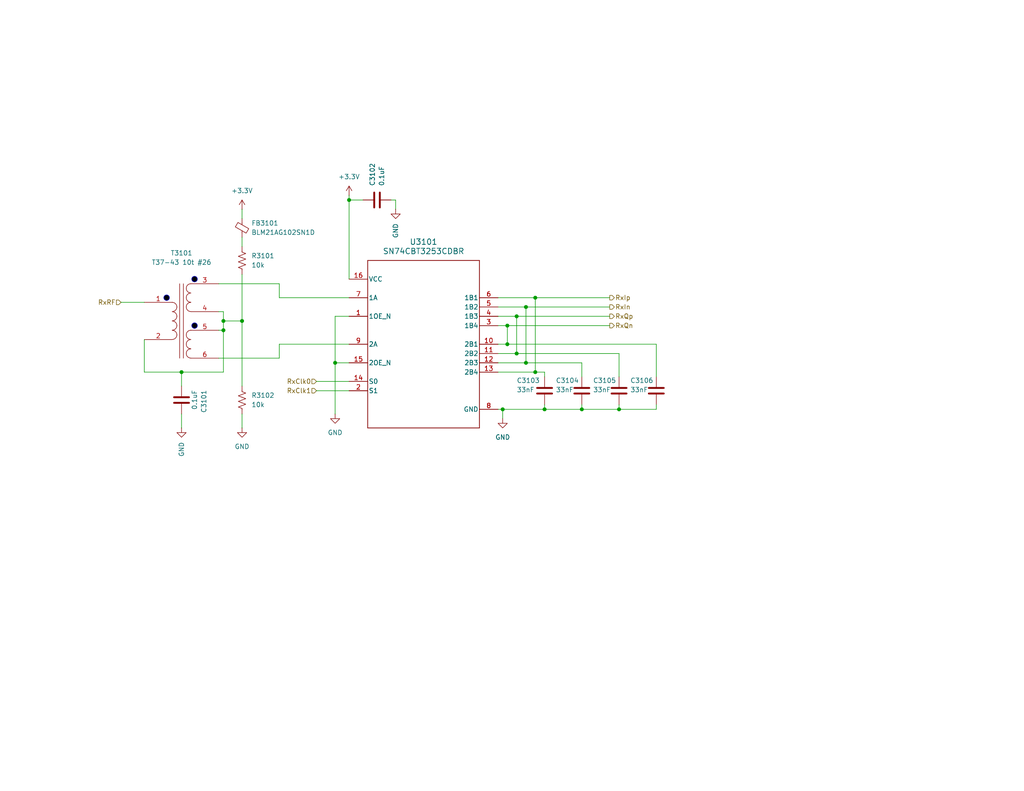
<source format=kicad_sch>
(kicad_sch (version 20250114) (generator "eeschema") (generator_version "9.0")
  (paper "USLetter")
  (title_block (title "Tayloe Quadrature Sampling Detector"))
  (lib_symbols
    (symbol "Device:C" (pin_numbers (hide yes)) (pin_names (offset 0.254))
      (property "Reference" "C" (at 0.635 2.54 0))
      (property "Value" "C" (at 0.635 -2.54 0))
      (symbol "C_0_1"
        (polyline (pts (xy -2.032 0.762) (xy 2.032 0.762)) (stroke (width 0.508)))
        (polyline (pts (xy -2.032 -0.762) (xy 2.032 -0.762)) (stroke (width 0.508)))
      )
      (symbol "C_1_1"
        (pin passive line (at 0 3.81 270) (length 2.794) (name "~") (number "1"))
        (pin passive line (at 0 -3.81 90) (length 2.794) (name "~") (number "2"))
      )
    )
    (symbol "Device:FerriteBead_Small" (pin_numbers (hide yes)) (pin_names (offset 0))
      (property "Reference" "FB" (at 1.905 1.27 0))
      (property "Value" "FerriteBead_Small" (at 1.905 -1.27 0))
      (symbol "FerriteBead_Small_0_1"
        (polyline (pts (xy -1.8288 0.2794) (xy -1.1176 1.4986) (xy 1.8288 -0.2032) (xy 1.1176 -1.4224) (xy -1.8288 0.2794)))
        (polyline (pts (xy 0 0.889) (xy 0 1.2954)))
        (polyline (pts (xy 0 -1.27) (xy 0 -0.7874)))
      )
      (symbol "FerriteBead_Small_1_1"
        (pin passive line (at 0 2.54 270) (length 1.27) (name "~") (number "1"))
        (pin passive line (at 0 -2.54 90) (length 1.27) (name "~") (number "2"))
      )
    )
    (symbol "Device:R_US" (pin_numbers (hide yes)) (pin_names (offset 0))
      (property "Reference" "R" (at 2.54 0 90))
      (property "Value" "R_US" (at -2.54 0 90))
      (symbol "R_US_0_1"
        (polyline (pts (xy 0 2.286) (xy 0 2.54)))
        (polyline (pts (xy 0 2.286) (xy 1.016 1.905) (xy 0 1.524) (xy -1.016 1.143) (xy 0 0.762)))
        (polyline (pts (xy 0 0.762) (xy 1.016 0.381) (xy 0 0) (xy -1.016 -0.381) (xy 0 -0.762)))
        (polyline (pts (xy 0 -0.762) (xy 1.016 -1.143) (xy 0 -1.524) (xy -1.016 -1.905) (xy 0 -2.286)))
        (polyline (pts (xy 0 -2.286) (xy 0 -2.54)))
      )
      (symbol "R_US_1_1"
        (pin passive line (at 0 3.81 270) (length 1.27) (name "~") (number "1"))
        (pin passive line (at 0 -3.81 90) (length 1.27) (name "~") (number "2"))
      )
    )
    (symbol "Device:Transformer_1P_2S" (pin_names (offset 1.016) (hide yes))
      (property "Reference" "T" (at 0 12.7 0))
      (property "Value" "Transformer_1P_2S" (at 0 -12.7 0))
      (symbol "Transformer_1P_2S_0_1"
        (arc (start -1.27 3.81) (mid -1.656 2.9336) (end -2.54 2.5654))
        (arc (start -1.27 1.27) (mid -1.656 0.3936) (end -2.54 0.0254))
        (arc (start -1.27 -1.27) (mid -1.656 -2.1464) (end -2.54 -2.5146))
        (arc (start -1.27 -3.81) (mid -1.656 -4.6864) (end -2.54 -5.0546))
        (arc (start -2.54 5.08) (mid -1.642 4.708) (end -1.27 3.81))
        (arc (start -2.54 2.54) (mid -1.642 2.168) (end -1.27 1.27))
        (arc (start -2.54 0) (mid -1.642 -0.372) (end -1.27 -1.27))
        (arc (start -2.54 -2.54) (mid -1.642 -2.912) (end -1.27 -3.81))
        (polyline (pts (xy -0.508 -10.16) (xy -0.508 10.16)))
        (polyline (pts (xy 0.508 10.16) (xy 0.508 -10.16)))
        (arc (start 1.2954 8.89) (mid 1.6457 9.7917) (end 2.54 10.16))
        (arc (start 1.2954 6.35) (mid 1.6457 7.2517) (end 2.54 7.62))
        (arc (start 1.2954 3.81) (mid 1.6457 4.7117) (end 2.54 5.08))
        (arc (start 1.2954 -3.81) (mid 1.6457 -2.9083) (end 2.54 -2.54))
        (arc (start 1.2954 -6.35) (mid 1.6457 -5.4483) (end 2.54 -5.08))
        (arc (start 1.2954 -8.89) (mid 1.6457 -7.9883) (end 2.54 -7.62))
        (arc (start 2.54 7.6454) (mid 1.6599 8.0099) (end 1.2954 8.89))
        (arc (start 2.54 5.1054) (mid 1.6599 5.4699) (end 1.2954 6.35))
        (arc (start 2.54 2.5654) (mid 1.6599 2.9299) (end 1.2954 3.81))
        (arc (start 2.54 -5.0546) (mid 1.6599 -4.6901) (end 1.2954 -3.81))
        (arc (start 2.54 -7.5946) (mid 1.6599 -7.2301) (end 1.2954 -6.35))
        (arc (start 2.54 -10.1346) (mid 1.6599 -9.7701) (end 1.2954 -8.89))
      )
      (symbol "Transformer_1P_2S_1_1"
        (pin passive line (at -10.16 5.08 0) (length 7.62) (name "AA") (number "1"))
        (pin passive line (at -10.16 -5.08 0) (length 7.62) (name "AB") (number "2"))
        (pin passive line (at 10.16 10.16 180) (length 7.62) (name "SA") (number "3"))
        (pin passive line (at 10.16 2.54 180) (length 7.62) (name "SB") (number "4"))
        (pin passive line (at 10.16 -2.54 180) (length 7.62) (name "SC") (number "5"))
        (pin passive line (at 10.16 -10.16 180) (length 7.62) (name "SD") (number "6"))
      )
    )
    (symbol "SN74CBT3253CDBR:SN74CBT3253CDBR" (pin_names (offset 0.254))
      (property "Reference" "U" (at 0 2.54 0))
      (property "Value" "SN74CBT3253CDBR" (at 0 0 0))
      (symbol "SN74CBT3253CDBR_0_1"
        (polyline (pts (xy -15.24 22.86) (xy -15.24 -22.86)) (stroke (width 0.2032)))
        (polyline (pts (xy -15.24 -22.86) (xy 15.24 -22.86)) (stroke (width 0.2032)))
        (polyline (pts (xy 15.24 22.86) (xy -15.24 22.86)) (stroke (width 0.2032)))
        (polyline (pts (xy 15.24 -22.86) (xy 15.24 22.86)) (stroke (width 0.2032)))
        (pin power_in line (at -20.32 17.78 0) (length 5.08) (name "VCC") (number "16"))
        (pin bidirectional line (at -20.32 12.7 0) (length 5.08) (name "1A") (number "7"))
        (pin input line (at -20.32 7.62 0) (length 5.08) (name "1OE_N") (number "1"))
        (pin bidirectional line (at -20.32 0 0) (length 5.08) (name "2A") (number "9"))
        (pin input line (at -20.32 -5.08 0) (length 5.08) (name "2OE_N") (number "15"))
        (pin input line (at -20.32 -10.16 0) (length 5.08) (name "S0") (number "14"))
        (pin input line (at -20.32 -12.7 0) (length 5.08) (name "S1") (number "2"))
        (pin bidirectional line (at 20.32 12.7 180) (length 5.08) (name "1B1") (number "6"))
        (pin bidirectional line (at 20.32 10.16 180) (length 5.08) (name "1B2") (number "5"))
        (pin bidirectional line (at 20.32 7.62 180) (length 5.08) (name "1B3") (number "4"))
        (pin bidirectional line (at 20.32 5.08 180) (length 5.08) (name "1B4") (number "3"))
        (pin bidirectional line (at 20.32 0 180) (length 5.08) (name "2B1") (number "10"))
        (pin bidirectional line (at 20.32 -2.54 180) (length 5.08) (name "2B2") (number "11"))
        (pin bidirectional line (at 20.32 -5.08 180) (length 5.08) (name "2B3") (number "12"))
        (pin bidirectional line (at 20.32 -7.62 180) (length 5.08) (name "2B4") (number "13"))
        (pin power_in line (at 20.32 -17.78 180) (length 5.08) (name "GND") (number "8"))
      )
    )
    (symbol "power:+3.3V" (power) (pin_numbers (hide yes)) (pin_names (offset 0) (hide yes))
      (property "Value" "+3.3V" (at 0 3.556 0))
      (symbol "+3.3V_0_1"
        (polyline (pts (xy -0.762 1.27) (xy 0 2.54)))
        (polyline (pts (xy 0 2.54) (xy 0.762 1.27)))
        (polyline (pts (xy 0 0) (xy 0 2.54)))
      )
      (symbol "+3.3V_1_1"
        (pin power_in line (at 0 0 90) (length 0) (name "~") (number "1"))
      )
    )
    (symbol "power:GND" (power) (pin_numbers (hide yes)) (pin_names (offset 0) (hide yes))
      (property "Value" "GND" (at 0 -3.81 0))
      (symbol "GND_0_1"
        (polyline (pts (xy 0 0) (xy 0 -1.27) (xy 1.27 -1.27) (xy 0 -2.54) (xy -1.27 -1.27) (xy 0 -1.27)))
      )
      (symbol "GND_1_1"
        (pin power_in line (at 0 0 270) (length 0) (name "~") (number "1"))
      )
    )
  )
  (circle (center 53.086 88.9) (radius 0.762) (fill (type color) (color 0 0 0 1)))
  (circle (center 53.086 76.2) (radius 0.762) (fill (type color) (color 0 0 0 1)))
  (circle (center 45.466 81.28) (radius 0.762) (fill (type color) (color 0 0 0 1)))
  (junction (at 49.53 101.6))
  (junction (at 168.91 111.76))
  (junction (at 158.75 111.76))
  (junction (at 95.25 54.61))
  (junction (at 91.44 99.06))
  (junction (at 138.43 93.98))
  (junction (at 66.04 87.63))
  (junction (at 140.97 96.52))
  (junction (at 148.59 111.76))
  (junction (at 138.43 88.9))
  (junction (at 143.51 99.06))
  (junction (at 60.96 87.63))
  (junction (at 146.05 101.6))
  (junction (at 60.96 90.17))
  (junction (at 140.97 86.36))
  (junction (at 143.51 83.82))
  (junction (at 137.16 111.76))
  (junction (at 146.05 81.28))
  (wire (pts (xy 59.69 97.79) (xy 76.2 97.79)))
  (wire (pts (xy 59.69 90.17) (xy 60.96 90.17)))
  (wire (pts (xy 168.91 111.76) (xy 158.75 111.76)))
  (wire (pts (xy 146.05 81.28) (xy 146.05 101.6)))
  (wire (pts (xy 76.2 97.79) (xy 76.2 93.98)))
  (wire (pts (xy 66.04 87.63) (xy 66.04 105.41)))
  (wire (pts (xy 95.25 99.06) (xy 91.44 99.06)))
  (wire (pts (xy 99.06 54.61) (xy 95.25 54.61)))
  (wire (pts (xy 168.91 96.52) (xy 140.97 96.52)))
  (wire (pts (xy 86.36 104.14) (xy 95.25 104.14)))
  (wire (pts (xy 158.75 102.87) (xy 158.75 99.06)))
  (wire (pts (xy 60.96 85.09) (xy 60.96 87.63)))
  (wire (pts (xy 91.44 99.06) (xy 91.44 113.03)))
  (wire (pts (xy 179.07 110.49) (xy 179.07 111.76)))
  (wire (pts (xy 91.44 86.36) (xy 91.44 99.06)))
  (wire (pts (xy 95.25 53.34) (xy 95.25 54.61)))
  (wire (pts (xy 158.75 110.49) (xy 158.75 111.76)))
  (wire (pts (xy 135.89 81.28) (xy 146.05 81.28)))
  (wire (pts (xy 66.04 64.77) (xy 66.04 67.31)))
  (wire (pts (xy 158.75 111.76) (xy 148.59 111.76)))
  (wire (pts (xy 107.95 54.61) (xy 106.68 54.61)))
  (wire (pts (xy 140.97 96.52) (xy 135.89 96.52)))
  (wire (pts (xy 76.2 77.47) (xy 76.2 81.28)))
  (wire (pts (xy 49.53 101.6) (xy 49.53 105.41)))
  (wire (pts (xy 143.51 83.82) (xy 166.37 83.82)))
  (wire (pts (xy 95.25 54.61) (xy 95.25 76.2)))
  (wire (pts (xy 143.51 99.06) (xy 135.89 99.06)))
  (wire (pts (xy 59.69 77.47) (xy 76.2 77.47)))
  (wire (pts (xy 60.96 87.63) (xy 60.96 90.17)))
  (wire (pts (xy 66.04 57.15) (xy 66.04 59.69)))
  (wire (pts (xy 86.36 106.68) (xy 95.25 106.68)))
  (wire (pts (xy 95.25 86.36) (xy 91.44 86.36)))
  (wire (pts (xy 148.59 101.6) (xy 146.05 101.6)))
  (wire (pts (xy 138.43 88.9) (xy 135.89 88.9)))
  (wire (pts (xy 135.89 111.76) (xy 137.16 111.76)))
  (wire (pts (xy 168.91 110.49) (xy 168.91 111.76)))
  (wire (pts (xy 138.43 88.9) (xy 166.37 88.9)))
  (wire (pts (xy 140.97 86.36) (xy 140.97 96.52)))
  (wire (pts (xy 76.2 93.98) (xy 95.25 93.98)))
  (wire (pts (xy 179.07 93.98) (xy 179.07 102.87)))
  (wire (pts (xy 60.96 90.17) (xy 60.96 101.6)))
  (wire (pts (xy 49.53 101.6) (xy 60.96 101.6)))
  (wire (pts (xy 143.51 83.82) (xy 143.51 99.06)))
  (wire (pts (xy 135.89 83.82) (xy 143.51 83.82)))
  (wire (pts (xy 137.16 111.76) (xy 148.59 111.76)))
  (wire (pts (xy 179.07 93.98) (xy 138.43 93.98)))
  (wire (pts (xy 140.97 86.36) (xy 166.37 86.36)))
  (wire (pts (xy 66.04 113.03) (xy 66.04 116.84)))
  (wire (pts (xy 60.96 85.09) (xy 59.69 85.09)))
  (wire (pts (xy 49.53 113.03) (xy 49.53 116.84)))
  (wire (pts (xy 146.05 81.28) (xy 166.37 81.28)))
  (wire (pts (xy 39.37 92.71) (xy 39.37 101.6)))
  (wire (pts (xy 107.95 57.15) (xy 107.95 54.61)))
  (wire (pts (xy 76.2 81.28) (xy 95.25 81.28)))
  (wire (pts (xy 137.16 111.76) (xy 137.16 114.3)))
  (wire (pts (xy 60.96 87.63) (xy 66.04 87.63)))
  (wire (pts (xy 66.04 74.93) (xy 66.04 87.63)))
  (wire (pts (xy 148.59 102.87) (xy 148.59 101.6)))
  (wire (pts (xy 179.07 111.76) (xy 168.91 111.76)))
  (wire (pts (xy 135.89 86.36) (xy 140.97 86.36)))
  (wire (pts (xy 39.37 101.6) (xy 49.53 101.6)))
  (wire (pts (xy 158.75 99.06) (xy 143.51 99.06)))
  (wire (pts (xy 135.89 93.98) (xy 138.43 93.98)))
  (wire (pts (xy 33.02 82.55) (xy 39.37 82.55)))
  (wire (pts (xy 146.05 101.6) (xy 135.89 101.6)))
  (wire (pts (xy 148.59 111.76) (xy 148.59 110.49)))
  (wire (pts (xy 138.43 93.98) (xy 138.43 88.9)))
  (wire (pts (xy 168.91 96.52) (xy 168.91 102.87)))
  (hierarchical_label "RxIn" (shape output) (at 166.37 83.82 0))
  (hierarchical_label "RxClk1" (shape input) (at 86.36 106.68 180))
  (hierarchical_label "RxQn" (shape output) (at 166.37 88.9 0))
  (hierarchical_label "RxIp" (shape output) (at 166.37 81.28 0))
  (hierarchical_label "RxQp" (shape output) (at 166.37 86.36 0))
  (hierarchical_label "RxRF" (shape input) (at 33.02 82.55 180))
  (hierarchical_label "RxClk0" (shape input) (at 86.36 104.14 180))
  (symbol (lib_id "power:+3.3V") (at 95.25 53.34 0) (unit 1)
    (property "Reference" "#PWR03105" (effects (hide yes)))
    (property "Value" "+3.3V" (at 95.25 48.26 0))
    (property "Description" "Power symbol creates a global label with name \"+3.3V\"" (effects (hide yes)))
  )
  (symbol (lib_id "power:GND") (at 137.16 114.3 0) (unit 1)
    (property "Reference" "#PWR03107" (effects (hide yes)))
    (property "Value" "GND" (at 137.16 119.38 0))
    (property "Description" "Power symbol creates a global label with name \"GND\" , ground" (effects (hide yes)))
  )
  (symbol (lib_id "power:+3.3V") (at 66.04 57.15 0) (unit 1)
    (property "Reference" "#PWR03102" (effects (hide yes)))
    (property "Value" "+3.3V" (at 66.04 52.07 0))
    (property "Description" "Power symbol creates a global label with name \"+3.3V\"" (effects (hide yes)))
  )
  (symbol (lib_id "power:GND") (at 107.95 57.15 0) (unit 1)
    (property "Reference" "#PWR03106" (effects (hide yes)))
    (property "Value" "GND" (at 107.9501 60.96 90) (effects (justify right)))
    (property "Description" "Power symbol creates a global label with name \"GND\" , ground" (effects (hide yes)))
  )
  (symbol (lib_id "Device:R_US") (at 66.04 71.12 0) (unit 1)
    (property "Reference" "R3101" (at 68.58 69.8499 0) (effects (justify left)))
    (property "Value" "10k" (at 68.58 72.3899 0) (effects (justify left)))
    (property "Description" "Resistor, US symbol" (effects (hide yes)))
  )
  (symbol (lib_id "power:GND") (at 66.04 116.84 0) (unit 1)
    (property "Reference" "#PWR03103" (effects (hide yes)))
    (property "Value" "GND" (at 66.04 121.92 0))
    (property "Description" "Power symbol creates a global label with name \"GND\" , ground" (effects (hide yes)))
  )
  (symbol (lib_id "Device:C") (at 102.87 54.61 90) (unit 1)
    (property "Reference" "C3102" (at 101.5999 50.8 0) (effects (justify left)))
    (property "Value" "0.1uF" (at 104.1399 50.8 0) (effects (justify left)))
    (property "Description" "Unpolarized capacitor" (effects (hide yes)))
  )
  (symbol (lib_id "Device:C") (at 49.53 109.22 0) (mirror x) (unit 1)
    (property "Reference" "C3101" (at 55.626 106.426 90) (effects (justify left)))
    (property "Value" "0.1uF" (at 53.086 106.426 90) (effects (justify left)))
    (property "Description" "Unpolarized capacitor" (effects (hide yes)))
  )
  (symbol (lib_id "Device:C") (at 179.07 106.68 0) (unit 1)
    (property "Reference" "C3106" (at 171.958 103.886 0) (effects (justify left)))
    (property "Value" "33nF" (at 171.958 106.426 0) (effects (justify left)))
    (property "Description" "Unpolarized capacitor" (effects (hide yes)))
  )
  (symbol (lib_id "Device:C") (at 158.75 106.68 0) (unit 1)
    (property "Reference" "C3104" (at 151.638 103.886 0) (effects (justify left)))
    (property "Value" "33nF" (at 151.638 106.426 0) (effects (justify left)))
    (property "Description" "Unpolarized capacitor" (effects (hide yes)))
  )
  (symbol (lib_id "SN74CBT3253CDBR:SN74CBT3253CDBR") (at 115.57 93.98 0) (unit 1)
    (property "Reference" "U3101" (at 115.57 66.04 0) (effects (font (size 1.524 1.524))))
    (property "Value" "SN74CBT3253CDBR" (at 115.57 68.58 0) (effects (font (size 1.524 1.524))))
    (property "Footprint" "DB0016A_N" (effects (hide yes)))
    (property "Datasheet" "https://www.ti.com/lit/gpn/sn74cbt3253c" (effects (hide yes)))
  )
  (symbol (lib_id "power:GND") (at 49.53 116.84 0) (unit 1)
    (property "Reference" "#PWR03101" (effects (hide yes)))
    (property "Value" "GND" (at 49.5301 120.65 90) (effects (justify right)))
    (property "Description" "Power symbol creates a global label with name \"GND\" , ground" (effects (hide yes)))
  )
  (symbol (lib_id "Device:Transformer_1P_2S") (at 49.53 87.63 0) (unit 1)
    (property "Reference" "T3101" (at 49.53 69.088 0))
    (property "Value" "T37-43 10t #26" (at 49.53 71.628 0))
    (property "Description" "Transformer, single primary, dual secondary" (effects (hide yes)))
  )
  (symbol (lib_id "Device:C") (at 148.59 106.68 0) (unit 1)
    (property "Reference" "C3103" (at 140.97 103.886 0) (effects (justify left)))
    (property "Value" "33nF" (at 140.97 106.426 0) (effects (justify left)))
    (property "Description" "Unpolarized capacitor" (effects (hide yes)))
  )
  (symbol (lib_id "Device:C") (at 168.91 106.68 0) (unit 1)
    (property "Reference" "C3105" (at 161.798 103.886 0) (effects (justify left)))
    (property "Value" "33nF" (at 161.798 106.426 0) (effects (justify left)))
    (property "Description" "Unpolarized capacitor" (effects (hide yes)))
  )
  (symbol (lib_id "Device:FerriteBead_Small") (at 66.04 62.23 0) (unit 1)
    (property "Reference" "FB3101" (at 68.58 60.9218 0) (effects (justify left)))
    (property "Value" "BLM21AG102SN1D" (at 68.58 63.4618 0) (effects (justify left)))
    (property "Description" "Ferrite bead, small symbol" (effects (hide yes)))
  )
  (symbol (lib_id "Device:R_US") (at 66.04 109.22 0) (unit 1)
    (property "Reference" "R3102" (at 68.58 107.9499 0) (effects (justify left)))
    (property "Value" "10k" (at 68.58 110.4899 0) (effects (justify left)))
    (property "Description" "Resistor, US symbol" (effects (hide yes)))
  )
  (symbol (lib_id "power:GND") (at 91.44 113.03 0) (unit 1)
    (property "Reference" "#PWR03104" (effects (hide yes)))
    (property "Value" "GND" (at 91.44 118.11 0))
    (property "Description" "Power symbol creates a global label with name \"GND\" , ground" (effects (hide yes)))
  )
)
</source>
